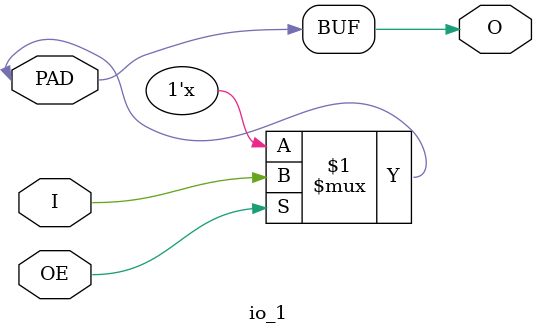
<source format=v>
module io_1 (input OE, input I, output O, inout PAD);
   assign O = PAD;
   assign PAD = OE ? I : 1'bz;
endmodule
</source>
